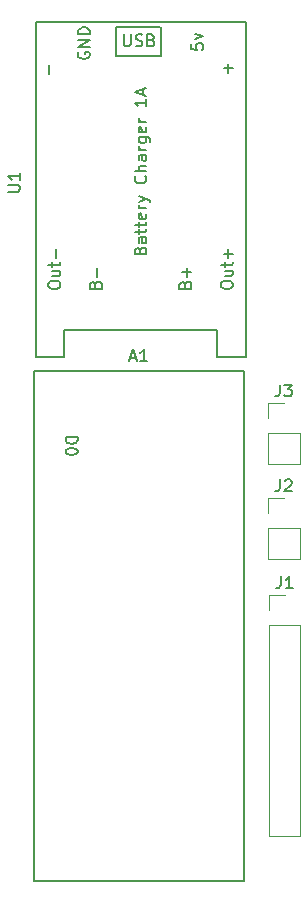
<source format=gbr>
%TF.GenerationSoftware,KiCad,Pcbnew,8.0.6*%
%TF.CreationDate,2025-01-16T11:49:03+01:00*%
%TF.ProjectId,senec-c,73656e65-632d-4632-9e6b-696361645f70,rev?*%
%TF.SameCoordinates,Original*%
%TF.FileFunction,Legend,Top*%
%TF.FilePolarity,Positive*%
%FSLAX46Y46*%
G04 Gerber Fmt 4.6, Leading zero omitted, Abs format (unit mm)*
G04 Created by KiCad (PCBNEW 8.0.6) date 2025-01-16 11:49:03*
%MOMM*%
%LPD*%
G01*
G04 APERTURE LIST*
%ADD10C,0.150000*%
%ADD11C,0.120000*%
G04 APERTURE END LIST*
D10*
X183490714Y-71304104D02*
X183966904Y-71304104D01*
X183395476Y-71589819D02*
X183728809Y-70589819D01*
X183728809Y-70589819D02*
X184062142Y-71589819D01*
X184919285Y-71589819D02*
X184347857Y-71589819D01*
X184633571Y-71589819D02*
X184633571Y-70589819D01*
X184633571Y-70589819D02*
X184538333Y-70732676D01*
X184538333Y-70732676D02*
X184443095Y-70827914D01*
X184443095Y-70827914D02*
X184347857Y-70875533D01*
X178035180Y-78016905D02*
X179035180Y-78016905D01*
X179035180Y-78016905D02*
X179035180Y-78255000D01*
X179035180Y-78255000D02*
X178987561Y-78397857D01*
X178987561Y-78397857D02*
X178892323Y-78493095D01*
X178892323Y-78493095D02*
X178797085Y-78540714D01*
X178797085Y-78540714D02*
X178606609Y-78588333D01*
X178606609Y-78588333D02*
X178463752Y-78588333D01*
X178463752Y-78588333D02*
X178273276Y-78540714D01*
X178273276Y-78540714D02*
X178178038Y-78493095D01*
X178178038Y-78493095D02*
X178082800Y-78397857D01*
X178082800Y-78397857D02*
X178035180Y-78255000D01*
X178035180Y-78255000D02*
X178035180Y-78016905D01*
X179035180Y-79207381D02*
X179035180Y-79302619D01*
X179035180Y-79302619D02*
X178987561Y-79397857D01*
X178987561Y-79397857D02*
X178939942Y-79445476D01*
X178939942Y-79445476D02*
X178844704Y-79493095D01*
X178844704Y-79493095D02*
X178654228Y-79540714D01*
X178654228Y-79540714D02*
X178416133Y-79540714D01*
X178416133Y-79540714D02*
X178225657Y-79493095D01*
X178225657Y-79493095D02*
X178130419Y-79445476D01*
X178130419Y-79445476D02*
X178082800Y-79397857D01*
X178082800Y-79397857D02*
X178035180Y-79302619D01*
X178035180Y-79302619D02*
X178035180Y-79207381D01*
X178035180Y-79207381D02*
X178082800Y-79112143D01*
X178082800Y-79112143D02*
X178130419Y-79064524D01*
X178130419Y-79064524D02*
X178225657Y-79016905D01*
X178225657Y-79016905D02*
X178416133Y-78969286D01*
X178416133Y-78969286D02*
X178654228Y-78969286D01*
X178654228Y-78969286D02*
X178844704Y-79016905D01*
X178844704Y-79016905D02*
X178939942Y-79064524D01*
X178939942Y-79064524D02*
X178987561Y-79112143D01*
X178987561Y-79112143D02*
X179035180Y-79207381D01*
X196166666Y-73584819D02*
X196166666Y-74299104D01*
X196166666Y-74299104D02*
X196119047Y-74441961D01*
X196119047Y-74441961D02*
X196023809Y-74537200D01*
X196023809Y-74537200D02*
X195880952Y-74584819D01*
X195880952Y-74584819D02*
X195785714Y-74584819D01*
X196547619Y-73584819D02*
X197166666Y-73584819D01*
X197166666Y-73584819D02*
X196833333Y-73965771D01*
X196833333Y-73965771D02*
X196976190Y-73965771D01*
X196976190Y-73965771D02*
X197071428Y-74013390D01*
X197071428Y-74013390D02*
X197119047Y-74061009D01*
X197119047Y-74061009D02*
X197166666Y-74156247D01*
X197166666Y-74156247D02*
X197166666Y-74394342D01*
X197166666Y-74394342D02*
X197119047Y-74489580D01*
X197119047Y-74489580D02*
X197071428Y-74537200D01*
X197071428Y-74537200D02*
X196976190Y-74584819D01*
X196976190Y-74584819D02*
X196690476Y-74584819D01*
X196690476Y-74584819D02*
X196595238Y-74537200D01*
X196595238Y-74537200D02*
X196547619Y-74489580D01*
X173167319Y-57249404D02*
X173976842Y-57249404D01*
X173976842Y-57249404D02*
X174072080Y-57201785D01*
X174072080Y-57201785D02*
X174119700Y-57154166D01*
X174119700Y-57154166D02*
X174167319Y-57058928D01*
X174167319Y-57058928D02*
X174167319Y-56868452D01*
X174167319Y-56868452D02*
X174119700Y-56773214D01*
X174119700Y-56773214D02*
X174072080Y-56725595D01*
X174072080Y-56725595D02*
X173976842Y-56677976D01*
X173976842Y-56677976D02*
X173167319Y-56677976D01*
X174167319Y-55677976D02*
X174167319Y-56249404D01*
X174167319Y-55963690D02*
X173167319Y-55963690D01*
X173167319Y-55963690D02*
X173310176Y-56058928D01*
X173310176Y-56058928D02*
X173405414Y-56154166D01*
X173405414Y-56154166D02*
X173453033Y-56249404D01*
X176567319Y-65239880D02*
X176567319Y-65049404D01*
X176567319Y-65049404D02*
X176614938Y-64954166D01*
X176614938Y-64954166D02*
X176710176Y-64858928D01*
X176710176Y-64858928D02*
X176900652Y-64811309D01*
X176900652Y-64811309D02*
X177233985Y-64811309D01*
X177233985Y-64811309D02*
X177424461Y-64858928D01*
X177424461Y-64858928D02*
X177519700Y-64954166D01*
X177519700Y-64954166D02*
X177567319Y-65049404D01*
X177567319Y-65049404D02*
X177567319Y-65239880D01*
X177567319Y-65239880D02*
X177519700Y-65335118D01*
X177519700Y-65335118D02*
X177424461Y-65430356D01*
X177424461Y-65430356D02*
X177233985Y-65477975D01*
X177233985Y-65477975D02*
X176900652Y-65477975D01*
X176900652Y-65477975D02*
X176710176Y-65430356D01*
X176710176Y-65430356D02*
X176614938Y-65335118D01*
X176614938Y-65335118D02*
X176567319Y-65239880D01*
X176900652Y-63954166D02*
X177567319Y-63954166D01*
X176900652Y-64382737D02*
X177424461Y-64382737D01*
X177424461Y-64382737D02*
X177519700Y-64335118D01*
X177519700Y-64335118D02*
X177567319Y-64239880D01*
X177567319Y-64239880D02*
X177567319Y-64097023D01*
X177567319Y-64097023D02*
X177519700Y-64001785D01*
X177519700Y-64001785D02*
X177472080Y-63954166D01*
X176900652Y-63620832D02*
X176900652Y-63239880D01*
X176567319Y-63477975D02*
X177424461Y-63477975D01*
X177424461Y-63477975D02*
X177519700Y-63430356D01*
X177519700Y-63430356D02*
X177567319Y-63335118D01*
X177567319Y-63335118D02*
X177567319Y-63239880D01*
X177186366Y-62906546D02*
X177186366Y-62144642D01*
X180543509Y-65135118D02*
X180591128Y-64992261D01*
X180591128Y-64992261D02*
X180638747Y-64944642D01*
X180638747Y-64944642D02*
X180733985Y-64897023D01*
X180733985Y-64897023D02*
X180876842Y-64897023D01*
X180876842Y-64897023D02*
X180972080Y-64944642D01*
X180972080Y-64944642D02*
X181019700Y-64992261D01*
X181019700Y-64992261D02*
X181067319Y-65087499D01*
X181067319Y-65087499D02*
X181067319Y-65468451D01*
X181067319Y-65468451D02*
X180067319Y-65468451D01*
X180067319Y-65468451D02*
X180067319Y-65135118D01*
X180067319Y-65135118D02*
X180114938Y-65039880D01*
X180114938Y-65039880D02*
X180162557Y-64992261D01*
X180162557Y-64992261D02*
X180257795Y-64944642D01*
X180257795Y-64944642D02*
X180353033Y-64944642D01*
X180353033Y-64944642D02*
X180448271Y-64992261D01*
X180448271Y-64992261D02*
X180495890Y-65039880D01*
X180495890Y-65039880D02*
X180543509Y-65135118D01*
X180543509Y-65135118D02*
X180543509Y-65468451D01*
X180686366Y-64468451D02*
X180686366Y-63706547D01*
X188667319Y-44730357D02*
X188667319Y-45206547D01*
X188667319Y-45206547D02*
X189143509Y-45254166D01*
X189143509Y-45254166D02*
X189095890Y-45206547D01*
X189095890Y-45206547D02*
X189048271Y-45111309D01*
X189048271Y-45111309D02*
X189048271Y-44873214D01*
X189048271Y-44873214D02*
X189095890Y-44777976D01*
X189095890Y-44777976D02*
X189143509Y-44730357D01*
X189143509Y-44730357D02*
X189238747Y-44682738D01*
X189238747Y-44682738D02*
X189476842Y-44682738D01*
X189476842Y-44682738D02*
X189572080Y-44730357D01*
X189572080Y-44730357D02*
X189619700Y-44777976D01*
X189619700Y-44777976D02*
X189667319Y-44873214D01*
X189667319Y-44873214D02*
X189667319Y-45111309D01*
X189667319Y-45111309D02*
X189619700Y-45206547D01*
X189619700Y-45206547D02*
X189572080Y-45254166D01*
X189000652Y-44349404D02*
X189667319Y-44111309D01*
X189667319Y-44111309D02*
X189000652Y-43873214D01*
X182950595Y-43942319D02*
X182950595Y-44751842D01*
X182950595Y-44751842D02*
X182998214Y-44847080D01*
X182998214Y-44847080D02*
X183045833Y-44894700D01*
X183045833Y-44894700D02*
X183141071Y-44942319D01*
X183141071Y-44942319D02*
X183331547Y-44942319D01*
X183331547Y-44942319D02*
X183426785Y-44894700D01*
X183426785Y-44894700D02*
X183474404Y-44847080D01*
X183474404Y-44847080D02*
X183522023Y-44751842D01*
X183522023Y-44751842D02*
X183522023Y-43942319D01*
X183950595Y-44894700D02*
X184093452Y-44942319D01*
X184093452Y-44942319D02*
X184331547Y-44942319D01*
X184331547Y-44942319D02*
X184426785Y-44894700D01*
X184426785Y-44894700D02*
X184474404Y-44847080D01*
X184474404Y-44847080D02*
X184522023Y-44751842D01*
X184522023Y-44751842D02*
X184522023Y-44656604D01*
X184522023Y-44656604D02*
X184474404Y-44561366D01*
X184474404Y-44561366D02*
X184426785Y-44513747D01*
X184426785Y-44513747D02*
X184331547Y-44466128D01*
X184331547Y-44466128D02*
X184141071Y-44418509D01*
X184141071Y-44418509D02*
X184045833Y-44370890D01*
X184045833Y-44370890D02*
X183998214Y-44323271D01*
X183998214Y-44323271D02*
X183950595Y-44228033D01*
X183950595Y-44228033D02*
X183950595Y-44132795D01*
X183950595Y-44132795D02*
X183998214Y-44037557D01*
X183998214Y-44037557D02*
X184045833Y-43989938D01*
X184045833Y-43989938D02*
X184141071Y-43942319D01*
X184141071Y-43942319D02*
X184379166Y-43942319D01*
X184379166Y-43942319D02*
X184522023Y-43989938D01*
X185283928Y-44418509D02*
X185426785Y-44466128D01*
X185426785Y-44466128D02*
X185474404Y-44513747D01*
X185474404Y-44513747D02*
X185522023Y-44608985D01*
X185522023Y-44608985D02*
X185522023Y-44751842D01*
X185522023Y-44751842D02*
X185474404Y-44847080D01*
X185474404Y-44847080D02*
X185426785Y-44894700D01*
X185426785Y-44894700D02*
X185331547Y-44942319D01*
X185331547Y-44942319D02*
X184950595Y-44942319D01*
X184950595Y-44942319D02*
X184950595Y-43942319D01*
X184950595Y-43942319D02*
X185283928Y-43942319D01*
X185283928Y-43942319D02*
X185379166Y-43989938D01*
X185379166Y-43989938D02*
X185426785Y-44037557D01*
X185426785Y-44037557D02*
X185474404Y-44132795D01*
X185474404Y-44132795D02*
X185474404Y-44228033D01*
X185474404Y-44228033D02*
X185426785Y-44323271D01*
X185426785Y-44323271D02*
X185379166Y-44370890D01*
X185379166Y-44370890D02*
X185283928Y-44418509D01*
X185283928Y-44418509D02*
X184950595Y-44418509D01*
X188143509Y-65135118D02*
X188191128Y-64992261D01*
X188191128Y-64992261D02*
X188238747Y-64944642D01*
X188238747Y-64944642D02*
X188333985Y-64897023D01*
X188333985Y-64897023D02*
X188476842Y-64897023D01*
X188476842Y-64897023D02*
X188572080Y-64944642D01*
X188572080Y-64944642D02*
X188619700Y-64992261D01*
X188619700Y-64992261D02*
X188667319Y-65087499D01*
X188667319Y-65087499D02*
X188667319Y-65468451D01*
X188667319Y-65468451D02*
X187667319Y-65468451D01*
X187667319Y-65468451D02*
X187667319Y-65135118D01*
X187667319Y-65135118D02*
X187714938Y-65039880D01*
X187714938Y-65039880D02*
X187762557Y-64992261D01*
X187762557Y-64992261D02*
X187857795Y-64944642D01*
X187857795Y-64944642D02*
X187953033Y-64944642D01*
X187953033Y-64944642D02*
X188048271Y-64992261D01*
X188048271Y-64992261D02*
X188095890Y-65039880D01*
X188095890Y-65039880D02*
X188143509Y-65135118D01*
X188143509Y-65135118D02*
X188143509Y-65468451D01*
X188286366Y-64468451D02*
X188286366Y-63706547D01*
X188667319Y-64087499D02*
X187905414Y-64087499D01*
X184343509Y-62230358D02*
X184391128Y-62087501D01*
X184391128Y-62087501D02*
X184438747Y-62039882D01*
X184438747Y-62039882D02*
X184533985Y-61992263D01*
X184533985Y-61992263D02*
X184676842Y-61992263D01*
X184676842Y-61992263D02*
X184772080Y-62039882D01*
X184772080Y-62039882D02*
X184819700Y-62087501D01*
X184819700Y-62087501D02*
X184867319Y-62182739D01*
X184867319Y-62182739D02*
X184867319Y-62563691D01*
X184867319Y-62563691D02*
X183867319Y-62563691D01*
X183867319Y-62563691D02*
X183867319Y-62230358D01*
X183867319Y-62230358D02*
X183914938Y-62135120D01*
X183914938Y-62135120D02*
X183962557Y-62087501D01*
X183962557Y-62087501D02*
X184057795Y-62039882D01*
X184057795Y-62039882D02*
X184153033Y-62039882D01*
X184153033Y-62039882D02*
X184248271Y-62087501D01*
X184248271Y-62087501D02*
X184295890Y-62135120D01*
X184295890Y-62135120D02*
X184343509Y-62230358D01*
X184343509Y-62230358D02*
X184343509Y-62563691D01*
X184867319Y-61135120D02*
X184343509Y-61135120D01*
X184343509Y-61135120D02*
X184248271Y-61182739D01*
X184248271Y-61182739D02*
X184200652Y-61277977D01*
X184200652Y-61277977D02*
X184200652Y-61468453D01*
X184200652Y-61468453D02*
X184248271Y-61563691D01*
X184819700Y-61135120D02*
X184867319Y-61230358D01*
X184867319Y-61230358D02*
X184867319Y-61468453D01*
X184867319Y-61468453D02*
X184819700Y-61563691D01*
X184819700Y-61563691D02*
X184724461Y-61611310D01*
X184724461Y-61611310D02*
X184629223Y-61611310D01*
X184629223Y-61611310D02*
X184533985Y-61563691D01*
X184533985Y-61563691D02*
X184486366Y-61468453D01*
X184486366Y-61468453D02*
X184486366Y-61230358D01*
X184486366Y-61230358D02*
X184438747Y-61135120D01*
X184200652Y-60801786D02*
X184200652Y-60420834D01*
X183867319Y-60658929D02*
X184724461Y-60658929D01*
X184724461Y-60658929D02*
X184819700Y-60611310D01*
X184819700Y-60611310D02*
X184867319Y-60516072D01*
X184867319Y-60516072D02*
X184867319Y-60420834D01*
X184200652Y-60230357D02*
X184200652Y-59849405D01*
X183867319Y-60087500D02*
X184724461Y-60087500D01*
X184724461Y-60087500D02*
X184819700Y-60039881D01*
X184819700Y-60039881D02*
X184867319Y-59944643D01*
X184867319Y-59944643D02*
X184867319Y-59849405D01*
X184819700Y-59135119D02*
X184867319Y-59230357D01*
X184867319Y-59230357D02*
X184867319Y-59420833D01*
X184867319Y-59420833D02*
X184819700Y-59516071D01*
X184819700Y-59516071D02*
X184724461Y-59563690D01*
X184724461Y-59563690D02*
X184343509Y-59563690D01*
X184343509Y-59563690D02*
X184248271Y-59516071D01*
X184248271Y-59516071D02*
X184200652Y-59420833D01*
X184200652Y-59420833D02*
X184200652Y-59230357D01*
X184200652Y-59230357D02*
X184248271Y-59135119D01*
X184248271Y-59135119D02*
X184343509Y-59087500D01*
X184343509Y-59087500D02*
X184438747Y-59087500D01*
X184438747Y-59087500D02*
X184533985Y-59563690D01*
X184867319Y-58658928D02*
X184200652Y-58658928D01*
X184391128Y-58658928D02*
X184295890Y-58611309D01*
X184295890Y-58611309D02*
X184248271Y-58563690D01*
X184248271Y-58563690D02*
X184200652Y-58468452D01*
X184200652Y-58468452D02*
X184200652Y-58373214D01*
X184200652Y-58135118D02*
X184867319Y-57897023D01*
X184200652Y-57658928D02*
X184867319Y-57897023D01*
X184867319Y-57897023D02*
X185105414Y-57992261D01*
X185105414Y-57992261D02*
X185153033Y-58039880D01*
X185153033Y-58039880D02*
X185200652Y-58135118D01*
X184772080Y-55944642D02*
X184819700Y-55992261D01*
X184819700Y-55992261D02*
X184867319Y-56135118D01*
X184867319Y-56135118D02*
X184867319Y-56230356D01*
X184867319Y-56230356D02*
X184819700Y-56373213D01*
X184819700Y-56373213D02*
X184724461Y-56468451D01*
X184724461Y-56468451D02*
X184629223Y-56516070D01*
X184629223Y-56516070D02*
X184438747Y-56563689D01*
X184438747Y-56563689D02*
X184295890Y-56563689D01*
X184295890Y-56563689D02*
X184105414Y-56516070D01*
X184105414Y-56516070D02*
X184010176Y-56468451D01*
X184010176Y-56468451D02*
X183914938Y-56373213D01*
X183914938Y-56373213D02*
X183867319Y-56230356D01*
X183867319Y-56230356D02*
X183867319Y-56135118D01*
X183867319Y-56135118D02*
X183914938Y-55992261D01*
X183914938Y-55992261D02*
X183962557Y-55944642D01*
X184867319Y-55516070D02*
X183867319Y-55516070D01*
X184867319Y-55087499D02*
X184343509Y-55087499D01*
X184343509Y-55087499D02*
X184248271Y-55135118D01*
X184248271Y-55135118D02*
X184200652Y-55230356D01*
X184200652Y-55230356D02*
X184200652Y-55373213D01*
X184200652Y-55373213D02*
X184248271Y-55468451D01*
X184248271Y-55468451D02*
X184295890Y-55516070D01*
X184867319Y-54182737D02*
X184343509Y-54182737D01*
X184343509Y-54182737D02*
X184248271Y-54230356D01*
X184248271Y-54230356D02*
X184200652Y-54325594D01*
X184200652Y-54325594D02*
X184200652Y-54516070D01*
X184200652Y-54516070D02*
X184248271Y-54611308D01*
X184819700Y-54182737D02*
X184867319Y-54277975D01*
X184867319Y-54277975D02*
X184867319Y-54516070D01*
X184867319Y-54516070D02*
X184819700Y-54611308D01*
X184819700Y-54611308D02*
X184724461Y-54658927D01*
X184724461Y-54658927D02*
X184629223Y-54658927D01*
X184629223Y-54658927D02*
X184533985Y-54611308D01*
X184533985Y-54611308D02*
X184486366Y-54516070D01*
X184486366Y-54516070D02*
X184486366Y-54277975D01*
X184486366Y-54277975D02*
X184438747Y-54182737D01*
X184867319Y-53706546D02*
X184200652Y-53706546D01*
X184391128Y-53706546D02*
X184295890Y-53658927D01*
X184295890Y-53658927D02*
X184248271Y-53611308D01*
X184248271Y-53611308D02*
X184200652Y-53516070D01*
X184200652Y-53516070D02*
X184200652Y-53420832D01*
X184200652Y-52658927D02*
X185010176Y-52658927D01*
X185010176Y-52658927D02*
X185105414Y-52706546D01*
X185105414Y-52706546D02*
X185153033Y-52754165D01*
X185153033Y-52754165D02*
X185200652Y-52849403D01*
X185200652Y-52849403D02*
X185200652Y-52992260D01*
X185200652Y-52992260D02*
X185153033Y-53087498D01*
X184819700Y-52658927D02*
X184867319Y-52754165D01*
X184867319Y-52754165D02*
X184867319Y-52944641D01*
X184867319Y-52944641D02*
X184819700Y-53039879D01*
X184819700Y-53039879D02*
X184772080Y-53087498D01*
X184772080Y-53087498D02*
X184676842Y-53135117D01*
X184676842Y-53135117D02*
X184391128Y-53135117D01*
X184391128Y-53135117D02*
X184295890Y-53087498D01*
X184295890Y-53087498D02*
X184248271Y-53039879D01*
X184248271Y-53039879D02*
X184200652Y-52944641D01*
X184200652Y-52944641D02*
X184200652Y-52754165D01*
X184200652Y-52754165D02*
X184248271Y-52658927D01*
X184819700Y-51801784D02*
X184867319Y-51897022D01*
X184867319Y-51897022D02*
X184867319Y-52087498D01*
X184867319Y-52087498D02*
X184819700Y-52182736D01*
X184819700Y-52182736D02*
X184724461Y-52230355D01*
X184724461Y-52230355D02*
X184343509Y-52230355D01*
X184343509Y-52230355D02*
X184248271Y-52182736D01*
X184248271Y-52182736D02*
X184200652Y-52087498D01*
X184200652Y-52087498D02*
X184200652Y-51897022D01*
X184200652Y-51897022D02*
X184248271Y-51801784D01*
X184248271Y-51801784D02*
X184343509Y-51754165D01*
X184343509Y-51754165D02*
X184438747Y-51754165D01*
X184438747Y-51754165D02*
X184533985Y-52230355D01*
X184867319Y-51325593D02*
X184200652Y-51325593D01*
X184391128Y-51325593D02*
X184295890Y-51277974D01*
X184295890Y-51277974D02*
X184248271Y-51230355D01*
X184248271Y-51230355D02*
X184200652Y-51135117D01*
X184200652Y-51135117D02*
X184200652Y-51039879D01*
X184867319Y-49420831D02*
X184867319Y-49992259D01*
X184867319Y-49706545D02*
X183867319Y-49706545D01*
X183867319Y-49706545D02*
X184010176Y-49801783D01*
X184010176Y-49801783D02*
X184105414Y-49897021D01*
X184105414Y-49897021D02*
X184153033Y-49992259D01*
X184581604Y-49039878D02*
X184581604Y-48563688D01*
X184867319Y-49135116D02*
X183867319Y-48801783D01*
X183867319Y-48801783D02*
X184867319Y-48468450D01*
X179114938Y-45449404D02*
X179067319Y-45544642D01*
X179067319Y-45544642D02*
X179067319Y-45687499D01*
X179067319Y-45687499D02*
X179114938Y-45830356D01*
X179114938Y-45830356D02*
X179210176Y-45925594D01*
X179210176Y-45925594D02*
X179305414Y-45973213D01*
X179305414Y-45973213D02*
X179495890Y-46020832D01*
X179495890Y-46020832D02*
X179638747Y-46020832D01*
X179638747Y-46020832D02*
X179829223Y-45973213D01*
X179829223Y-45973213D02*
X179924461Y-45925594D01*
X179924461Y-45925594D02*
X180019700Y-45830356D01*
X180019700Y-45830356D02*
X180067319Y-45687499D01*
X180067319Y-45687499D02*
X180067319Y-45592261D01*
X180067319Y-45592261D02*
X180019700Y-45449404D01*
X180019700Y-45449404D02*
X179972080Y-45401785D01*
X179972080Y-45401785D02*
X179638747Y-45401785D01*
X179638747Y-45401785D02*
X179638747Y-45592261D01*
X180067319Y-44973213D02*
X179067319Y-44973213D01*
X179067319Y-44973213D02*
X180067319Y-44401785D01*
X180067319Y-44401785D02*
X179067319Y-44401785D01*
X180067319Y-43925594D02*
X179067319Y-43925594D01*
X179067319Y-43925594D02*
X179067319Y-43687499D01*
X179067319Y-43687499D02*
X179114938Y-43544642D01*
X179114938Y-43544642D02*
X179210176Y-43449404D01*
X179210176Y-43449404D02*
X179305414Y-43401785D01*
X179305414Y-43401785D02*
X179495890Y-43354166D01*
X179495890Y-43354166D02*
X179638747Y-43354166D01*
X179638747Y-43354166D02*
X179829223Y-43401785D01*
X179829223Y-43401785D02*
X179924461Y-43449404D01*
X179924461Y-43449404D02*
X180019700Y-43544642D01*
X180019700Y-43544642D02*
X180067319Y-43687499D01*
X180067319Y-43687499D02*
X180067319Y-43925594D01*
X191167319Y-65239880D02*
X191167319Y-65049404D01*
X191167319Y-65049404D02*
X191214938Y-64954166D01*
X191214938Y-64954166D02*
X191310176Y-64858928D01*
X191310176Y-64858928D02*
X191500652Y-64811309D01*
X191500652Y-64811309D02*
X191833985Y-64811309D01*
X191833985Y-64811309D02*
X192024461Y-64858928D01*
X192024461Y-64858928D02*
X192119700Y-64954166D01*
X192119700Y-64954166D02*
X192167319Y-65049404D01*
X192167319Y-65049404D02*
X192167319Y-65239880D01*
X192167319Y-65239880D02*
X192119700Y-65335118D01*
X192119700Y-65335118D02*
X192024461Y-65430356D01*
X192024461Y-65430356D02*
X191833985Y-65477975D01*
X191833985Y-65477975D02*
X191500652Y-65477975D01*
X191500652Y-65477975D02*
X191310176Y-65430356D01*
X191310176Y-65430356D02*
X191214938Y-65335118D01*
X191214938Y-65335118D02*
X191167319Y-65239880D01*
X191500652Y-63954166D02*
X192167319Y-63954166D01*
X191500652Y-64382737D02*
X192024461Y-64382737D01*
X192024461Y-64382737D02*
X192119700Y-64335118D01*
X192119700Y-64335118D02*
X192167319Y-64239880D01*
X192167319Y-64239880D02*
X192167319Y-64097023D01*
X192167319Y-64097023D02*
X192119700Y-64001785D01*
X192119700Y-64001785D02*
X192072080Y-63954166D01*
X191500652Y-63620832D02*
X191500652Y-63239880D01*
X191167319Y-63477975D02*
X192024461Y-63477975D01*
X192024461Y-63477975D02*
X192119700Y-63430356D01*
X192119700Y-63430356D02*
X192167319Y-63335118D01*
X192167319Y-63335118D02*
X192167319Y-63239880D01*
X191786366Y-62906546D02*
X191786366Y-62144642D01*
X192167319Y-62525594D02*
X191405414Y-62525594D01*
X176586366Y-47268451D02*
X176586366Y-46506547D01*
X191786366Y-47168451D02*
X191786366Y-46406547D01*
X192167319Y-46787499D02*
X191405414Y-46787499D01*
X196241666Y-89819819D02*
X196241666Y-90534104D01*
X196241666Y-90534104D02*
X196194047Y-90676961D01*
X196194047Y-90676961D02*
X196098809Y-90772200D01*
X196098809Y-90772200D02*
X195955952Y-90819819D01*
X195955952Y-90819819D02*
X195860714Y-90819819D01*
X197241666Y-90819819D02*
X196670238Y-90819819D01*
X196955952Y-90819819D02*
X196955952Y-89819819D01*
X196955952Y-89819819D02*
X196860714Y-89962676D01*
X196860714Y-89962676D02*
X196765476Y-90057914D01*
X196765476Y-90057914D02*
X196670238Y-90105533D01*
X196166666Y-81624819D02*
X196166666Y-82339104D01*
X196166666Y-82339104D02*
X196119047Y-82481961D01*
X196119047Y-82481961D02*
X196023809Y-82577200D01*
X196023809Y-82577200D02*
X195880952Y-82624819D01*
X195880952Y-82624819D02*
X195785714Y-82624819D01*
X196595238Y-81720057D02*
X196642857Y-81672438D01*
X196642857Y-81672438D02*
X196738095Y-81624819D01*
X196738095Y-81624819D02*
X196976190Y-81624819D01*
X196976190Y-81624819D02*
X197071428Y-81672438D01*
X197071428Y-81672438D02*
X197119047Y-81720057D01*
X197119047Y-81720057D02*
X197166666Y-81815295D01*
X197166666Y-81815295D02*
X197166666Y-81910533D01*
X197166666Y-81910533D02*
X197119047Y-82053390D01*
X197119047Y-82053390D02*
X196547619Y-82624819D01*
X196547619Y-82624819D02*
X197166666Y-82624819D01*
%TO.C,A1*%
X175315000Y-72405000D02*
X175315000Y-115585000D01*
X175315000Y-72405000D02*
X193095000Y-72405000D01*
X175315000Y-115585000D02*
X193095000Y-115585000D01*
X193095000Y-72405000D02*
X193095000Y-115585000D01*
D11*
%TO.C,J3*%
X195170000Y-75130000D02*
X196500000Y-75130000D01*
X195170000Y-76460000D02*
X195170000Y-75130000D01*
X195170000Y-77730000D02*
X195170000Y-80330000D01*
X195170000Y-77730000D02*
X197830000Y-77730000D01*
X195170000Y-80330000D02*
X197830000Y-80330000D01*
X197830000Y-77730000D02*
X197830000Y-80330000D01*
D10*
%TO.C,U1*%
X175512500Y-42887500D02*
X193312500Y-42887500D01*
X175512500Y-71287500D02*
X175512500Y-42887500D01*
X177612500Y-71287500D02*
X175512500Y-71287500D01*
X177912500Y-68987500D02*
X177912500Y-69287500D01*
X177912500Y-69187500D02*
X177912500Y-71287500D01*
X177912500Y-71287500D02*
X177612500Y-71287500D01*
X182312500Y-43287500D02*
X186012500Y-43287500D01*
X182312500Y-45787500D02*
X182312500Y-43287500D01*
X186112500Y-43287500D02*
X186112500Y-45787500D01*
X186112500Y-45787500D02*
X182312500Y-45787500D01*
X190812500Y-68987500D02*
X177912500Y-68987500D01*
X190812500Y-71287500D02*
X190812500Y-68987500D01*
X193312500Y-42887500D02*
X193312500Y-69187500D01*
X193312500Y-69187500D02*
X193312500Y-71287500D01*
X193312500Y-71287500D02*
X190812500Y-71287500D01*
D11*
%TO.C,J1*%
X195245000Y-91365000D02*
X196575000Y-91365000D01*
X195245000Y-92695000D02*
X195245000Y-91365000D01*
X195245000Y-93965000D02*
X195245000Y-111805000D01*
X195245000Y-93965000D02*
X197905000Y-93965000D01*
X195245000Y-111805000D02*
X197905000Y-111805000D01*
X197905000Y-93965000D02*
X197905000Y-111805000D01*
%TO.C,J2*%
X195170000Y-83170000D02*
X196500000Y-83170000D01*
X195170000Y-84500000D02*
X195170000Y-83170000D01*
X195170000Y-85770000D02*
X195170000Y-88370000D01*
X195170000Y-85770000D02*
X197830000Y-85770000D01*
X195170000Y-88370000D02*
X197830000Y-88370000D01*
X197830000Y-85770000D02*
X197830000Y-88370000D01*
%TD*%
M02*

</source>
